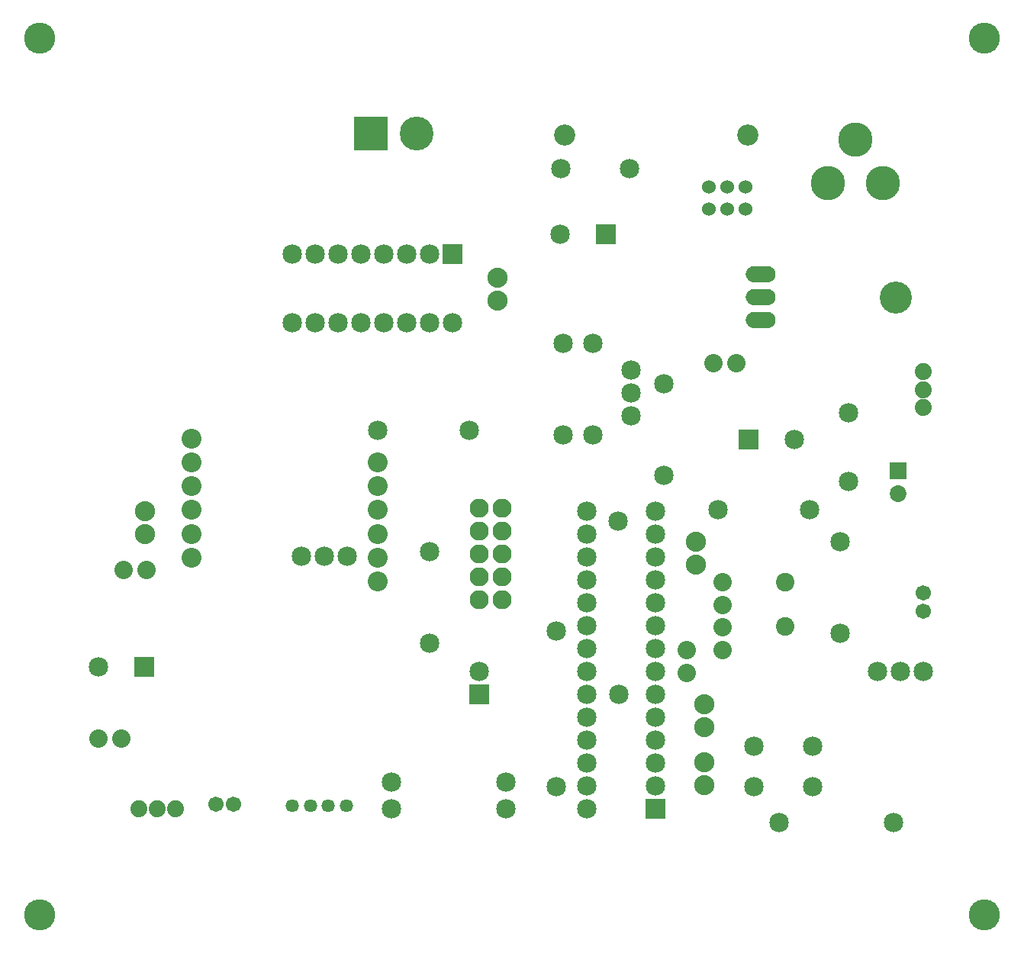
<source format=gts>
G04 MADE WITH FRITZING*
G04 WWW.FRITZING.ORG*
G04 DOUBLE SIDED*
G04 HOLES PLATED*
G04 CONTOUR ON CENTER OF CONTOUR VECTOR*
%ASAXBY*%
%FSLAX23Y23*%
%MOIN*%
%OFA0B0*%
%SFA1.0B1.0*%
%ADD10C,0.060000*%
%ADD11C,0.150000*%
%ADD12C,0.083667*%
%ADD13C,0.087119*%
%ADD14C,0.085000*%
%ADD15C,0.067000*%
%ADD16C,0.057559*%
%ADD17C,0.074000*%
%ADD18C,0.072992*%
%ADD19C,0.135984*%
%ADD20C,0.147795*%
%ADD21C,0.088000*%
%ADD22C,0.070000*%
%ADD23C,0.140000*%
%ADD24C,0.092000*%
%ADD25C,0.080000*%
%ADD26C,0.080925*%
%ADD27C,0.080866*%
%ADD28R,0.085000X0.085000*%
%ADD29R,0.072992X0.072992*%
%ADD30R,0.147795X0.147795*%
%ADD31R,0.001000X0.001000*%
%LNMASK1*%
G90*
G70*
G54D10*
X3145Y3330D03*
X3145Y3232D03*
X3224Y3232D03*
X3066Y3232D03*
X3066Y3330D03*
X3224Y3330D03*
X3145Y3330D03*
X3145Y3232D03*
X3224Y3232D03*
X3066Y3232D03*
X3066Y3330D03*
X3224Y3330D03*
G54D11*
X3586Y3346D03*
X3826Y3346D03*
X3706Y3536D03*
G54D12*
X2161Y1527D03*
X2061Y1527D03*
X2161Y1627D03*
X2061Y1627D03*
X2161Y1727D03*
X2061Y1727D03*
X2161Y1827D03*
X2061Y1827D03*
X2161Y1927D03*
X2061Y1927D03*
G54D13*
X806Y2231D03*
X806Y2126D03*
X806Y2022D03*
X806Y1918D03*
X806Y1814D03*
X806Y1710D03*
X1617Y2126D03*
X1617Y2022D03*
X1617Y1918D03*
X1617Y1814D03*
X1617Y1710D03*
X1617Y1605D03*
G54D14*
X3519Y708D03*
X3263Y708D03*
X3519Y885D03*
X3263Y885D03*
G54D15*
X4001Y1477D03*
X4001Y1556D03*
X4001Y1477D03*
X4001Y1556D03*
X911Y633D03*
X990Y633D03*
X911Y633D03*
X990Y633D03*
G54D16*
X1245Y626D03*
X1324Y626D03*
X1403Y626D03*
X1482Y626D03*
X1245Y626D03*
X1324Y626D03*
X1403Y626D03*
X1482Y626D03*
G54D17*
X4001Y2365D03*
X4001Y2444D03*
X4001Y2522D03*
X4001Y2365D03*
X4001Y2444D03*
X4001Y2522D03*
X576Y613D03*
X655Y613D03*
X734Y613D03*
X576Y613D03*
X655Y613D03*
X734Y613D03*
G54D14*
X3240Y2226D03*
X3440Y2226D03*
X599Y1233D03*
X399Y1233D03*
X2614Y3123D03*
X2414Y3123D03*
X3676Y2344D03*
X3676Y2044D03*
X2397Y1389D03*
X2397Y711D03*
G54D18*
X3893Y2088D03*
X3893Y1989D03*
G54D14*
X2670Y1871D03*
X2672Y1113D03*
G54D19*
X4267Y150D03*
X143Y150D03*
X4267Y3979D03*
X143Y3979D03*
G54D14*
X2831Y612D03*
X2531Y612D03*
X2831Y712D03*
X2531Y712D03*
X2831Y812D03*
X2531Y812D03*
X2831Y912D03*
X2531Y912D03*
X2831Y1012D03*
X2531Y1012D03*
X2831Y1112D03*
X2531Y1112D03*
X2831Y1212D03*
X2531Y1212D03*
X2831Y1312D03*
X2531Y1312D03*
X2831Y1412D03*
X2531Y1412D03*
X2831Y1512D03*
X2531Y1512D03*
X2831Y1612D03*
X2531Y1612D03*
X2831Y1712D03*
X2531Y1712D03*
X2831Y1812D03*
X2531Y1812D03*
X2831Y1912D03*
X2531Y1912D03*
X1946Y3037D03*
X1946Y2737D03*
X1846Y3037D03*
X1846Y2737D03*
X1746Y3037D03*
X1746Y2737D03*
X1646Y3037D03*
X1646Y2737D03*
X1546Y3037D03*
X1546Y2737D03*
X1446Y3037D03*
X1446Y2737D03*
X1346Y3037D03*
X1346Y2737D03*
X1246Y3037D03*
X1246Y2737D03*
G54D20*
X1587Y3563D03*
X1787Y3563D03*
G54D21*
X3007Y1678D03*
X3007Y1778D03*
X3046Y970D03*
X3046Y1070D03*
X2141Y2834D03*
X2141Y2934D03*
X3046Y715D03*
X3046Y815D03*
X602Y1812D03*
X602Y1912D03*
G54D22*
X3293Y2947D03*
X3293Y2847D03*
X3293Y2747D03*
G54D23*
X3883Y2847D03*
G54D22*
X3293Y2947D03*
X3293Y2847D03*
X3293Y2747D03*
G54D23*
X3883Y2847D03*
G54D24*
X3234Y3556D03*
X2434Y3556D03*
G54D14*
X2179Y613D03*
X1679Y613D03*
X2179Y731D03*
X1679Y731D03*
X4001Y1213D03*
X3901Y1213D03*
X3801Y1213D03*
X2726Y2531D03*
X2726Y2431D03*
X2726Y2331D03*
G54D25*
X3184Y2560D03*
X3084Y2560D03*
G54D14*
X2869Y2068D03*
X2869Y2468D03*
X2559Y2245D03*
X2559Y2645D03*
X3505Y1920D03*
X3105Y1920D03*
X2427Y2647D03*
X2427Y2247D03*
X3637Y1381D03*
X3637Y1781D03*
X2019Y2267D03*
X1619Y2267D03*
X3373Y552D03*
X3873Y552D03*
G54D25*
X3125Y1603D03*
X3125Y1503D03*
X2969Y1306D03*
X2969Y1206D03*
X3125Y1406D03*
X3125Y1306D03*
G54D26*
X3399Y1602D03*
G54D27*
X3399Y1409D03*
G54D14*
X2417Y3408D03*
X2717Y3408D03*
X1486Y1715D03*
X1386Y1715D03*
X1286Y1715D03*
X1846Y1335D03*
X1846Y1735D03*
G54D25*
X497Y918D03*
X397Y918D03*
X607Y1656D03*
X507Y1656D03*
G54D14*
X2062Y1113D03*
X2062Y1213D03*
G54D28*
X3240Y2226D03*
X599Y1233D03*
X2614Y3123D03*
G54D29*
X3893Y2088D03*
G54D28*
X2831Y612D03*
X1946Y3037D03*
G54D30*
X1587Y3563D03*
G54D28*
X2062Y1113D03*
G54D31*
X3259Y2983D02*
X3324Y2983D01*
X3254Y2982D02*
X3330Y2982D01*
X3250Y2981D02*
X3333Y2981D01*
X3248Y2980D02*
X3335Y2980D01*
X3246Y2979D02*
X3338Y2979D01*
X3244Y2978D02*
X3339Y2978D01*
X3243Y2977D02*
X3341Y2977D01*
X3241Y2976D02*
X3342Y2976D01*
X3240Y2975D02*
X3344Y2975D01*
X3239Y2974D02*
X3345Y2974D01*
X3238Y2973D02*
X3346Y2973D01*
X3237Y2972D02*
X3347Y2972D01*
X3236Y2971D02*
X3348Y2971D01*
X3235Y2970D02*
X3349Y2970D01*
X3234Y2969D02*
X3349Y2969D01*
X3233Y2968D02*
X3350Y2968D01*
X3233Y2967D02*
X3351Y2967D01*
X3232Y2966D02*
X3351Y2966D01*
X3232Y2965D02*
X3352Y2965D01*
X3231Y2964D02*
X3352Y2964D01*
X3231Y2963D02*
X3289Y2963D01*
X3294Y2963D02*
X3353Y2963D01*
X3230Y2962D02*
X3285Y2962D01*
X3298Y2962D02*
X3353Y2962D01*
X3230Y2961D02*
X3283Y2961D01*
X3300Y2961D02*
X3354Y2961D01*
X3229Y2960D02*
X3282Y2960D01*
X3301Y2960D02*
X3354Y2960D01*
X3229Y2959D02*
X3281Y2959D01*
X3303Y2959D02*
X3354Y2959D01*
X3229Y2958D02*
X3280Y2958D01*
X3303Y2958D02*
X3355Y2958D01*
X3228Y2957D02*
X3279Y2957D01*
X3304Y2957D02*
X3355Y2957D01*
X3228Y2956D02*
X3278Y2956D01*
X3305Y2956D02*
X3355Y2956D01*
X3228Y2955D02*
X3278Y2955D01*
X3306Y2955D02*
X3355Y2955D01*
X3228Y2954D02*
X3277Y2954D01*
X3306Y2954D02*
X3356Y2954D01*
X3228Y2953D02*
X3277Y2953D01*
X3306Y2953D02*
X3356Y2953D01*
X3227Y2952D02*
X3277Y2952D01*
X3307Y2952D02*
X3356Y2952D01*
X3227Y2951D02*
X3276Y2951D01*
X3307Y2951D02*
X3356Y2951D01*
X3227Y2950D02*
X3276Y2950D01*
X3307Y2950D02*
X3356Y2950D01*
X3227Y2949D02*
X3276Y2949D01*
X3307Y2949D02*
X3356Y2949D01*
X3227Y2948D02*
X3276Y2948D01*
X3307Y2948D02*
X3356Y2948D01*
X3227Y2947D02*
X3276Y2947D01*
X3307Y2947D02*
X3356Y2947D01*
X3227Y2946D02*
X3276Y2946D01*
X3307Y2946D02*
X3356Y2946D01*
X3227Y2945D02*
X3277Y2945D01*
X3307Y2945D02*
X3356Y2945D01*
X3228Y2944D02*
X3277Y2944D01*
X3307Y2944D02*
X3356Y2944D01*
X3228Y2943D02*
X3277Y2943D01*
X3306Y2943D02*
X3356Y2943D01*
X3228Y2942D02*
X3277Y2942D01*
X3306Y2942D02*
X3356Y2942D01*
X3228Y2941D02*
X3278Y2941D01*
X3305Y2941D02*
X3355Y2941D01*
X3228Y2940D02*
X3279Y2940D01*
X3305Y2940D02*
X3355Y2940D01*
X3229Y2939D02*
X3279Y2939D01*
X3304Y2939D02*
X3355Y2939D01*
X3229Y2938D02*
X3280Y2938D01*
X3303Y2938D02*
X3355Y2938D01*
X3229Y2937D02*
X3281Y2937D01*
X3302Y2937D02*
X3354Y2937D01*
X3230Y2936D02*
X3282Y2936D01*
X3301Y2936D02*
X3354Y2936D01*
X3230Y2935D02*
X3284Y2935D01*
X3299Y2935D02*
X3354Y2935D01*
X3230Y2934D02*
X3286Y2934D01*
X3297Y2934D02*
X3353Y2934D01*
X3231Y2933D02*
X3353Y2933D01*
X3231Y2932D02*
X3352Y2932D01*
X3232Y2931D02*
X3352Y2931D01*
X3232Y2930D02*
X3351Y2930D01*
X3233Y2929D02*
X3350Y2929D01*
X3234Y2928D02*
X3350Y2928D01*
X3234Y2927D02*
X3349Y2927D01*
X3235Y2926D02*
X3348Y2926D01*
X3236Y2925D02*
X3347Y2925D01*
X3237Y2924D02*
X3347Y2924D01*
X3238Y2923D02*
X3346Y2923D01*
X3239Y2922D02*
X3344Y2922D01*
X3240Y2921D02*
X3343Y2921D01*
X3242Y2920D02*
X3342Y2920D01*
X3243Y2919D02*
X3340Y2919D01*
X3245Y2918D02*
X3339Y2918D01*
X3247Y2917D02*
X3337Y2917D01*
X3249Y2916D02*
X3335Y2916D01*
X3251Y2915D02*
X3332Y2915D01*
X3255Y2914D02*
X3329Y2914D01*
X3259Y2883D02*
X3324Y2883D01*
X3254Y2882D02*
X3330Y2882D01*
X3250Y2881D02*
X3333Y2881D01*
X3248Y2880D02*
X3336Y2880D01*
X3246Y2879D02*
X3338Y2879D01*
X3244Y2878D02*
X3339Y2878D01*
X3242Y2877D02*
X3341Y2877D01*
X3241Y2876D02*
X3342Y2876D01*
X3240Y2875D02*
X3344Y2875D01*
X3239Y2874D02*
X3345Y2874D01*
X3238Y2873D02*
X3346Y2873D01*
X3237Y2872D02*
X3347Y2872D01*
X3236Y2871D02*
X3348Y2871D01*
X3235Y2870D02*
X3349Y2870D01*
X3234Y2869D02*
X3349Y2869D01*
X3233Y2868D02*
X3350Y2868D01*
X3233Y2867D02*
X3351Y2867D01*
X3232Y2866D02*
X3351Y2866D01*
X3232Y2865D02*
X3352Y2865D01*
X3231Y2864D02*
X3352Y2864D01*
X3231Y2863D02*
X3289Y2863D01*
X3294Y2863D02*
X3353Y2863D01*
X3230Y2862D02*
X3285Y2862D01*
X3298Y2862D02*
X3353Y2862D01*
X3230Y2861D02*
X3283Y2861D01*
X3300Y2861D02*
X3354Y2861D01*
X3229Y2860D02*
X3282Y2860D01*
X3301Y2860D02*
X3354Y2860D01*
X3229Y2859D02*
X3281Y2859D01*
X3303Y2859D02*
X3354Y2859D01*
X3229Y2858D02*
X3280Y2858D01*
X3303Y2858D02*
X3355Y2858D01*
X3228Y2857D02*
X3279Y2857D01*
X3304Y2857D02*
X3355Y2857D01*
X3228Y2856D02*
X3278Y2856D01*
X3305Y2856D02*
X3355Y2856D01*
X3228Y2855D02*
X3278Y2855D01*
X3306Y2855D02*
X3355Y2855D01*
X3228Y2854D02*
X3277Y2854D01*
X3306Y2854D02*
X3356Y2854D01*
X3228Y2853D02*
X3277Y2853D01*
X3306Y2853D02*
X3356Y2853D01*
X3227Y2852D02*
X3277Y2852D01*
X3307Y2852D02*
X3356Y2852D01*
X3227Y2851D02*
X3276Y2851D01*
X3307Y2851D02*
X3356Y2851D01*
X3227Y2850D02*
X3276Y2850D01*
X3307Y2850D02*
X3356Y2850D01*
X3227Y2849D02*
X3276Y2849D01*
X3307Y2849D02*
X3356Y2849D01*
X3227Y2848D02*
X3276Y2848D01*
X3307Y2848D02*
X3356Y2848D01*
X3227Y2847D02*
X3276Y2847D01*
X3307Y2847D02*
X3356Y2847D01*
X3227Y2846D02*
X3276Y2846D01*
X3307Y2846D02*
X3356Y2846D01*
X3227Y2845D02*
X3277Y2845D01*
X3307Y2845D02*
X3356Y2845D01*
X3228Y2844D02*
X3277Y2844D01*
X3307Y2844D02*
X3356Y2844D01*
X3228Y2843D02*
X3277Y2843D01*
X3306Y2843D02*
X3356Y2843D01*
X3228Y2842D02*
X3277Y2842D01*
X3306Y2842D02*
X3356Y2842D01*
X3228Y2841D02*
X3278Y2841D01*
X3305Y2841D02*
X3355Y2841D01*
X3228Y2840D02*
X3279Y2840D01*
X3305Y2840D02*
X3355Y2840D01*
X3229Y2839D02*
X3279Y2839D01*
X3304Y2839D02*
X3355Y2839D01*
X3229Y2838D02*
X3280Y2838D01*
X3303Y2838D02*
X3355Y2838D01*
X3229Y2837D02*
X3281Y2837D01*
X3302Y2837D02*
X3354Y2837D01*
X3230Y2836D02*
X3282Y2836D01*
X3301Y2836D02*
X3354Y2836D01*
X3230Y2835D02*
X3284Y2835D01*
X3299Y2835D02*
X3354Y2835D01*
X3230Y2834D02*
X3286Y2834D01*
X3297Y2834D02*
X3353Y2834D01*
X3231Y2833D02*
X3353Y2833D01*
X3231Y2832D02*
X3352Y2832D01*
X3232Y2831D02*
X3352Y2831D01*
X3232Y2830D02*
X3351Y2830D01*
X3233Y2829D02*
X3350Y2829D01*
X3234Y2828D02*
X3350Y2828D01*
X3234Y2827D02*
X3349Y2827D01*
X3235Y2826D02*
X3348Y2826D01*
X3236Y2825D02*
X3347Y2825D01*
X3237Y2824D02*
X3346Y2824D01*
X3238Y2823D02*
X3345Y2823D01*
X3239Y2822D02*
X3344Y2822D01*
X3240Y2821D02*
X3343Y2821D01*
X3242Y2820D02*
X3342Y2820D01*
X3243Y2819D02*
X3340Y2819D01*
X3245Y2818D02*
X3339Y2818D01*
X3247Y2817D02*
X3337Y2817D01*
X3249Y2816D02*
X3335Y2816D01*
X3251Y2815D02*
X3332Y2815D01*
X3255Y2814D02*
X3328Y2814D01*
X3259Y2783D02*
X3325Y2783D01*
X3254Y2782D02*
X3330Y2782D01*
X3250Y2781D02*
X3333Y2781D01*
X3248Y2780D02*
X3336Y2780D01*
X3246Y2779D02*
X3338Y2779D01*
X3244Y2778D02*
X3339Y2778D01*
X3242Y2777D02*
X3341Y2777D01*
X3241Y2776D02*
X3342Y2776D01*
X3240Y2775D02*
X3344Y2775D01*
X3239Y2774D02*
X3345Y2774D01*
X3238Y2773D02*
X3346Y2773D01*
X3237Y2772D02*
X3347Y2772D01*
X3236Y2771D02*
X3348Y2771D01*
X3235Y2770D02*
X3349Y2770D01*
X3234Y2769D02*
X3349Y2769D01*
X3233Y2768D02*
X3350Y2768D01*
X3233Y2767D02*
X3351Y2767D01*
X3232Y2766D02*
X3351Y2766D01*
X3232Y2765D02*
X3352Y2765D01*
X3231Y2764D02*
X3352Y2764D01*
X3231Y2763D02*
X3289Y2763D01*
X3294Y2763D02*
X3353Y2763D01*
X3230Y2762D02*
X3285Y2762D01*
X3298Y2762D02*
X3353Y2762D01*
X3230Y2761D02*
X3283Y2761D01*
X3300Y2761D02*
X3354Y2761D01*
X3229Y2760D02*
X3282Y2760D01*
X3301Y2760D02*
X3354Y2760D01*
X3229Y2759D02*
X3281Y2759D01*
X3303Y2759D02*
X3354Y2759D01*
X3229Y2758D02*
X3280Y2758D01*
X3303Y2758D02*
X3355Y2758D01*
X3228Y2757D02*
X3279Y2757D01*
X3304Y2757D02*
X3355Y2757D01*
X3228Y2756D02*
X3278Y2756D01*
X3305Y2756D02*
X3355Y2756D01*
X3228Y2755D02*
X3278Y2755D01*
X3306Y2755D02*
X3355Y2755D01*
X3228Y2754D02*
X3277Y2754D01*
X3306Y2754D02*
X3356Y2754D01*
X3228Y2753D02*
X3277Y2753D01*
X3306Y2753D02*
X3356Y2753D01*
X3227Y2752D02*
X3277Y2752D01*
X3307Y2752D02*
X3356Y2752D01*
X3227Y2751D02*
X3276Y2751D01*
X3307Y2751D02*
X3356Y2751D01*
X3227Y2750D02*
X3276Y2750D01*
X3307Y2750D02*
X3356Y2750D01*
X3227Y2749D02*
X3276Y2749D01*
X3307Y2749D02*
X3356Y2749D01*
X3227Y2748D02*
X3276Y2748D01*
X3307Y2748D02*
X3356Y2748D01*
X3227Y2747D02*
X3276Y2747D01*
X3307Y2747D02*
X3356Y2747D01*
X3227Y2746D02*
X3276Y2746D01*
X3307Y2746D02*
X3356Y2746D01*
X3227Y2745D02*
X3277Y2745D01*
X3307Y2745D02*
X3356Y2745D01*
X3228Y2744D02*
X3277Y2744D01*
X3307Y2744D02*
X3356Y2744D01*
X3228Y2743D02*
X3277Y2743D01*
X3306Y2743D02*
X3356Y2743D01*
X3228Y2742D02*
X3278Y2742D01*
X3306Y2742D02*
X3356Y2742D01*
X3228Y2741D02*
X3278Y2741D01*
X3305Y2741D02*
X3355Y2741D01*
X3228Y2740D02*
X3279Y2740D01*
X3305Y2740D02*
X3355Y2740D01*
X3229Y2739D02*
X3279Y2739D01*
X3304Y2739D02*
X3355Y2739D01*
X3229Y2738D02*
X3280Y2738D01*
X3303Y2738D02*
X3355Y2738D01*
X3229Y2737D02*
X3281Y2737D01*
X3302Y2737D02*
X3354Y2737D01*
X3230Y2736D02*
X3283Y2736D01*
X3301Y2736D02*
X3354Y2736D01*
X3230Y2735D02*
X3284Y2735D01*
X3299Y2735D02*
X3354Y2735D01*
X3230Y2734D02*
X3286Y2734D01*
X3297Y2734D02*
X3353Y2734D01*
X3231Y2733D02*
X3353Y2733D01*
X3231Y2732D02*
X3352Y2732D01*
X3232Y2731D02*
X3352Y2731D01*
X3232Y2730D02*
X3351Y2730D01*
X3233Y2729D02*
X3350Y2729D01*
X3234Y2728D02*
X3350Y2728D01*
X3234Y2727D02*
X3349Y2727D01*
X3235Y2726D02*
X3348Y2726D01*
X3236Y2725D02*
X3347Y2725D01*
X3237Y2724D02*
X3346Y2724D01*
X3238Y2723D02*
X3345Y2723D01*
X3239Y2722D02*
X3344Y2722D01*
X3240Y2721D02*
X3343Y2721D01*
X3242Y2720D02*
X3342Y2720D01*
X3243Y2719D02*
X3340Y2719D01*
X3245Y2718D02*
X3339Y2718D01*
X3247Y2717D02*
X3337Y2717D01*
X3249Y2716D02*
X3335Y2716D01*
X3251Y2715D02*
X3332Y2715D01*
X3255Y2714D02*
X3328Y2714D01*
D02*
G04 End of Mask1*
M02*
</source>
